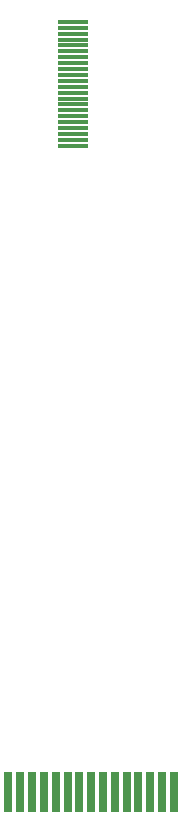
<source format=gbr>
%TF.GenerationSoftware,KiCad,Pcbnew,9.0.0*%
%TF.CreationDate,2025-07-25T21:30:29+02:00*%
%TF.ProjectId,PCK_Flex,50434b5f-466c-4657-982e-6b696361645f,rev?*%
%TF.SameCoordinates,Original*%
%TF.FileFunction,Soldermask,Top*%
%TF.FilePolarity,Negative*%
%FSLAX46Y46*%
G04 Gerber Fmt 4.6, Leading zero omitted, Abs format (unit mm)*
G04 Created by KiCad (PCBNEW 9.0.0) date 2025-07-25 21:30:29*
%MOMM*%
%LPD*%
G01*
G04 APERTURE LIST*
%ADD10R,0.700000X3.500000*%
%ADD11R,2.500000X0.350000*%
G04 APERTURE END LIST*
D10*
%TO.C,J2*%
X160000000Y-119500000D03*
X159000000Y-119500000D03*
X158000000Y-119500000D03*
X157000000Y-119500000D03*
X156000000Y-119500000D03*
X155000000Y-119500000D03*
X154000000Y-119500000D03*
X153000000Y-119500000D03*
X152000000Y-119500000D03*
X151000000Y-119500000D03*
X150000000Y-119500000D03*
X149000000Y-119500000D03*
X148000000Y-119500000D03*
X147000000Y-119500000D03*
X146000000Y-119500000D03*
%TD*%
D11*
%TO.C,J1*%
X151500000Y-64750000D03*
X151500000Y-64250000D03*
X151500000Y-63750000D03*
X151500000Y-63250000D03*
X151500000Y-62750000D03*
X151500000Y-62250000D03*
X151500000Y-61750000D03*
X151500000Y-61250000D03*
X151500000Y-60750000D03*
X151500000Y-60250000D03*
X151500000Y-59750000D03*
X151500000Y-59250000D03*
X151500000Y-58750000D03*
X151500000Y-58250000D03*
X151500000Y-57750000D03*
X151500000Y-57250000D03*
X151500000Y-56750000D03*
X151500000Y-56250000D03*
X151500000Y-55750000D03*
X151500000Y-55250000D03*
X151500000Y-54750000D03*
X151500000Y-54250000D03*
%TD*%
M02*

</source>
